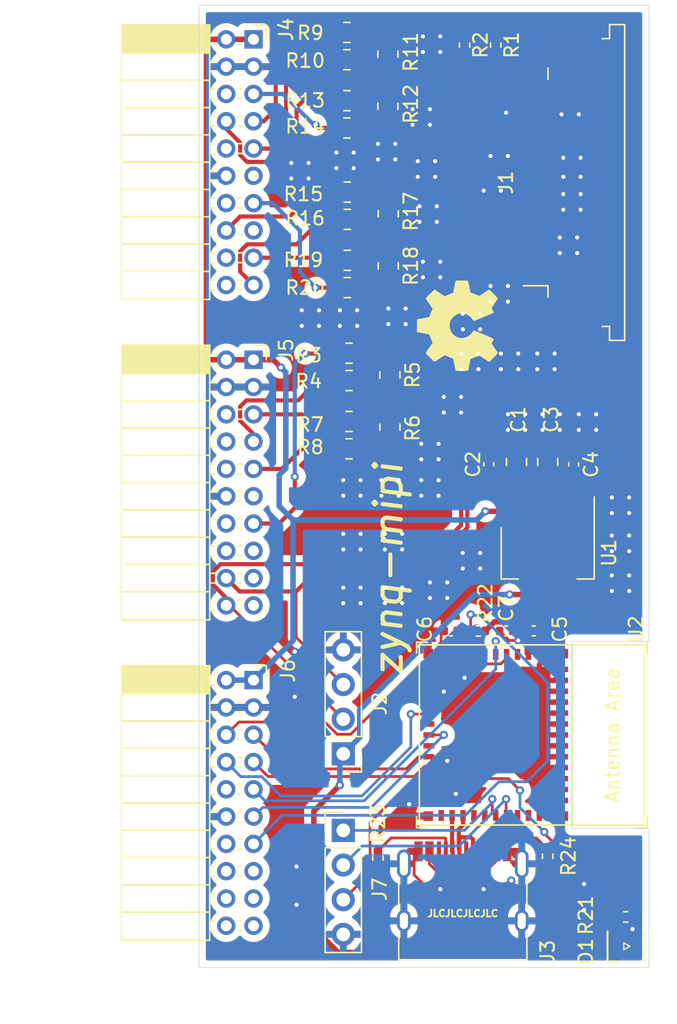
<source format=kicad_pcb>
(kicad_pcb (version 20211014) (generator pcbnew)
  (layers (0 "F.Cu" signal) (31 "B.Cu" signal) (34 "B.Paste" user) (35 "F.Paste" user) (36 "B.SilkS" user "B.Silkscreen") (37 "F.SilkS" user "F.Silkscreen") (38 "B.Mask" user) (39 "F.Mask" user) (44 "Edge.Cuts" user))
  (net 0 "")
  (net 1 "GNDD")
  (net 2 "+5V")
  (net 3 "+3V3")
  (net 4 "/D1_HS_N")
  (net 5 "/D1_HS_P")
  (net 6 "/D1_LP_N")
  (net 7 "/D1_LP_P")
  (net 8 "/D0_HS_N")
  (net 9 "/D0_HS_P")
  (net 10 "/D0_LP_N")
  (net 11 "/D0_LP_P")
  (net 12 "/D1_N")
  (net 13 "/D1_P")
  (net 14 "/CLK_N")
  (net 15 "/CLK_P")
  (net 16 "/D0_N")
  (net 17 "/D0_P")
  (net 18 "/I2C_SCL")
  (net 19 "/I2C_SDA")
  (net 20 "/CLK_LP_P")
  (net 21 "/CLK_LP_N")
  (net 22 "/CLK_HS_P")
  (net 23 "/CLK_HS_N")
  (net 24 "/RST")
  (net 25 "Net-(D1-Pad4)")
  (net 27 "/esp_hosted/USB_D+")
  (net 28 "Net-(J3-PadB5)")
  (net 30 "/esp_hosted/USB_D-")
  (net 31 "Net-(J3-PadA5)")
  (net 33 "VBUS")
  (net 34 "/ebaz4205/DATA1-6")
  (net 36 "/ebaz4205/DATA1-11")
  (net 37 "/ebaz4205/DATA1-14")
  (net 38 "/ebaz4205/DATA1-15")
  (net 39 "/ebaz4205/DATA1-18")
  (net 40 "/ebaz4205/DATA1-20")
  (net 41 "/ebaz4205/DATA2-6")
  (net 42 "/ebaz4205/DATA2-8")
  (net 44 "/ebaz4205/DATA2-11")
  (net 45 "/ebaz4205/DATA2-14")
  (net 46 "/ebaz4205/DATA2-15")
  (net 47 "/ebaz4205/DATA2-16")
  (net 48 "/ebaz4205/DATA2-17")
  (net 49 "/ebaz4205/DATA2-19")
  (net 50 "/SCLK")
  (net 51 "/MISO")
  (net 52 "/MOSI")
  (net 53 "/CS")
  (net 54 "/HANDSHAKE")
  (net 56 "/DATAREADY")
  (net 57 "/ebaz4205/DATA3-14")
  (net 58 "/ebaz4205/DATA3-15")
  (net 59 "/ebaz4205/DATA3-16")
  (net 60 "/ebaz4205/DATA3-17")
  (net 61 "/ebaz4205/DATA3-18")
  (net 62 "/ebaz4205/DATA3-19")
  (net 63 "/ebaz4205/DATA3-20")
  (net 64 "Net-(R21-Pad2)")
  (net 65 "/esp_hosted/RXD")
  (net 66 "/esp_hosted/TXD")
  (net 67 "/esp_hosted/BOOT")
  (footprint "Capacitor_SMD:C_0805_2012Metric" (layer "F.Cu") (at 155.7955 92.903 90)
    (fp_text reference "C1")
    (fp_text value "10uF")
  )
  (footprint "Capacitor_SMD:C_0402_1005Metric" (layer "F.Cu") (at 153.7635 93.078 90)
    (fp_text reference "C2")
    (fp_text value "0.1uF")
  )
  (footprint "Capacitor_SMD:C_0805_2012Metric" (layer "F.Cu") (at 158.0815 92.903 90)
    (fp_text reference "C3")
    (fp_text value "10uF")
  )
  (footprint "Capacitor_SMD:C_0402_1005Metric" (layer "F.Cu") (at 159.9865 93.078 90)
    (fp_text reference "C4")
    (fp_text value "0.1uF")
  )
  (footprint "Resistor_SMD:R_0805_2012Metric" (layer "F.Cu") (at 143.5145 84.938)
    (fp_text reference "R3")
    (fp_text value "68R1")
  )
  (footprint "Resistor_SMD:R_0805_2012Metric" (layer "F.Cu") (at 143.5145 86.938 180)
    (fp_text reference "R4")
    (fp_text value "619")
  )
  (footprint "Resistor_SMD:R_0805_2012Metric" (layer "F.Cu") (at 146.5145 86.5255 90)
    (fp_text reference "R5")
    (fp_text value "51")
  )
  (footprint "Resistor_SMD:R_0805_2012Metric" (layer "F.Cu") (at 146.5145 90.3505 90)
    (fp_text reference "R6")
    (fp_text value "51")
  )
  (footprint "Resistor_SMD:R_0805_2012Metric" (layer "F.Cu") (at 143.5145 89.938 180)
    (fp_text reference "R7")
    (fp_text value "619")
  )
  (footprint "Resistor_SMD:R_0805_2012Metric" (layer "F.Cu") (at 143.5145 91.938 180)
    (fp_text reference "R8")
    (fp_text value "68R1")
  )
  (footprint "Resistor_SMD:R_0805_2012Metric" (layer "F.Cu") (at 143.365501 61.430499)
    (fp_text reference "R9")
    (fp_text value "68R1")
  )
  (footprint "Resistor_SMD:R_0805_2012Metric" (layer "F.Cu") (at 143.365501 63.430499 180)
    (fp_text reference "R10")
    (fp_text value "619")
  )
  (footprint "Resistor_SMD:R_0805_2012Metric" (layer "F.Cu") (at 146.365501 63.017999 90)
    (fp_text reference "R11")
    (fp_text value "51")
  )
  (footprint "Resistor_SMD:R_0805_2012Metric" (layer "F.Cu") (at 146.365501 66.842999 90)
    (fp_text reference "R12")
    (fp_text value "51")
  )
  (footprint "Resistor_SMD:R_0805_2012Metric" (layer "F.Cu") (at 143.365501 66.430499 180)
    (fp_text reference "R13")
    (fp_text value "619")
  )
  (footprint "Resistor_SMD:R_0805_2012Metric" (layer "F.Cu") (at 143.365501 68.430499 180)
    (fp_text reference "R14")
    (fp_text value "68R1")
  )
  (footprint "Resistor_SMD:R_0805_2012Metric" (layer "F.Cu") (at 143.392501 73.128499)
    (fp_text reference "R15")
    (fp_text value "68R1")
  )
  (footprint "Resistor_SMD:R_0805_2012Metric" (layer "F.Cu") (at 143.392501 75.128499 180)
    (fp_text reference "R16")
    (fp_text value "619")
  )
  (footprint "Resistor_SMD:R_0805_2012Metric" (layer "F.Cu") (at 146.392501 74.715999 90)
    (fp_text reference "R17")
    (fp_text value "51")
  )
  (footprint "Resistor_SMD:R_0805_2012Metric" (layer "F.Cu") (at 146.392501 78.540999 90)
    (fp_text reference "R18")
    (fp_text value "51")
  )
  (footprint "Resistor_SMD:R_0805_2012Metric" (layer "F.Cu") (at 143.392501 78.128499 180)
    (fp_text reference "R19")
    (fp_text value "619")
  )
  (footprint "Resistor_SMD:R_0805_2012Metric" (layer "F.Cu") (at 143.392501 80.128499 180)
    (fp_text reference "R20")
    (fp_text value "68R1")
  )
  (footprint "Package_TO_SOT_SMD:SOT-223-3_TabPin2" (layer "F.Cu") (at 158.0815 99.568 -90)
    (fp_text reference "U1")
    (fp_text value "NCP1117-3.3_SOT223")
  )
  (footprint "Connector_PinSocket_2.00mm:PinSocket_2x10_P2.00mm_Horizontal" (layer "F.Cu") (at 136.5145 61.938)
    (fp_text reference "J4")
    (fp_text value "ZYNQ_DATA1")
  )
  (footprint "Symbol:OSHW-Symbol_6.7x6mm_SilkScreen" (layer "F.Cu") (at 151.4775 82.931 90)
    (fp_text reference "REF**" hide)
    (fp_text value "OSHW-Symbol_6.7x6mm_SilkScreen" hide)
  )
  (footprint "Espressif:ESP32-C3-MINI-1" (layer "F.Cu") (at 154.2715 112.903 -90)
    (fp_text reference "U2")
    (fp_text value "ESP32-C3-MINI-1")
  )
  (footprint "Connector_PinHeader_2.54mm:PinHeader_1x04_P2.54mm_Vertical" (layer "F.Cu") (at 143.0955 114.29 180)
    (fp_text reference "J2")
    (fp_text value "I2C")
  )
  (footprint "Connector_PinSocket_2.00mm:PinSocket_2x10_P2.00mm_Horizontal" (layer "F.Cu") (at 136.5145 85.413)
    (fp_text reference "J5")
    (fp_text value "ZYNQ_DATA2")
  )
  (footprint "RGB_LED:WS2812B-0807" (layer "F.Cu") (at 163.7965 128.397 90)
    (fp_text reference "D1")
    (fp_text value "WS2812B-0807")
  )
  (footprint "Resistor_SMD:R_0402_1005Metric" (layer "F.Cu") (at 151.9855 62.357 -90)
    (fp_text reference "R2")
    (fp_text value "4.7k")
  )
  (footprint "Connector_FFC-FPC:TE_1-84953-5_1x15-1MP_P1.0mm_Horizontal" (layer "F.Cu") (at 159.0145 72.428 90)
    (fp_text reference "J1")
    (fp_text value "DSI")
  )
  (footprint "USB:HRO_TYPE-C-31-M-12" (layer "F.Cu") (at 151.8585 125.476)
    (fp_text reference "J3")
    (fp_text value "HRO_TYPE-C-31-M-12")
  )
  (footprint "Capacitor_SMD:C_0402_1005Metric" (layer "F.Cu") (at 155.0335 105.283 180)
    (fp_text reference "C7")
    (fp_text value "0.1uF")
  )
  (footprint "Capacitor_SMD:C_0402_1005Metric" (layer "F.Cu") (at 150.9695 105.283)
    (fp_text reference "C6")
    (fp_text value "1uF")
  )
  (footprint "Resistor_SMD:R_0402_1005Metric" (layer "F.Cu") (at 158.0815 121.793 -90)
    (fp_text reference "R24")
    (fp_text value "5K1R")
  )
  (footprint "Resistor_SMD:R_0402_1005Metric" (layer "F.Cu") (at 145.6355 121.922 -90)
    (fp_text reference "R23")
    (fp_text value "5K1")
  )
  (footprint "Connector_PinHeader_2.54mm:PinHeader_1x04_P2.54mm_Vertical" (layer "F.Cu") (at 143.0955 119.898)
    (fp_text reference "J7")
    (fp_text value "DBG")
  )
  (footprint "Resistor_SMD:R_0402_1005Metric" (layer "F.Cu") (at 153.0015 105.283 180)
    (fp_text reference "R22")
    (fp_text value "10K")
  )
  (footprint "Resistor_SMD:R_0402_1005Metric" (layer "F.Cu") (at 163.7965 126.238 180)
    (fp_text reference "R21")
    (fp_text value "0")
  )
  (footprint "Connector_PinSocket_2.00mm:PinSocket_2x10_P2.00mm_Horizontal" (layer "F.Cu") (at 136.5145 108.888)
    (fp_text reference "J6")
    (fp_text value "ZYNQ_DATA3")
  )
  (footprint "Capacitor_SMD:C_0402_1005Metric" (layer "F.Cu") (at 157.0655 105.283)
    (fp_text reference "C5")
    (fp_text value "1uF")
  )
  (footprint "Resistor_SMD:R_0402_1005Metric" (layer "F.Cu") (at 154.2715 62.357 -90)
    (fp_text reference "R1")
    (fp_text value "4.7k")
  )
  (gr_line locked (start 132.5145 59.438) (end 165.5145 59.438) (layer "Edge.Cuts") (width 0.05))
  (gr_line locked (start 165.5145 129.938) (end 132.5145 129.938) (layer "Edge.Cuts") (width 0.05))
  (gr_line locked (start 159.8595 119.761) (end 165.5145 119.761) (layer "Edge.Cuts") (width 0.05))
  (gr_line locked (start 165.5145 119.761) (end 165.5145 129.938) (layer "Edge.Cuts") (width 0.05))
  (gr_line locked (start 165.5145 106.045) (end 159.8595 106.045) (layer "Edge.Cuts") (width 0.05))
  (gr_line locked (start 159.8595 106.045) (end 159.8595 119.761) (layer "Edge.Cuts") (width 0.05))
  (gr_line locked (start 165.5145 59.438) (end 165.5145 106.045) (layer "Edge.Cuts") (width 0.05))
  (gr_line locked (start 132.5145 129.938) (end 132.5145 59.438) (layer "Edge.Cuts") (width 0.05))
  (gr_text "zynq-mipi" (at 146.3975 100.711 90) (layer "F.SilkS") (effects (font (size 2 2) (thickness 0.3) italic)))
  (gr_text "JLCJLCJLCJLC" (at 151.8585 125.984) (layer "F.SilkS") (effects (font (size 0.5 0.5) (thickness 0.125))))
  (segment locked (start 155.2635 121.431) (end 156.1785 122.346) (width 0.2032) (layer "F.Cu") (net 1))
  (segment locked (start 150.2715 105.501) (end 150.4895 105.283) (width 0.2032) (layer "F.Cu") (net 1))
  (segment locked (start 148.292379 121.747121) (end 148.292379 123.15606) (width 0.2032) (layer "F.Cu") (net 1))
  (segment locked (start 150.2715 107.003) (end 150.2715 105.501) (width 0.2032) (layer "F.Cu") (net 1))
  (segment locked (start 148.292379 123.15606) (end 149.342319 124.206) (width 0.2032) (layer "F.Cu") (net 1))
  (segment locked (start 150.4365 109.703) (end 150.4615 109.728) (width 0.2032) (layer "F.Cu") (net 1))
  (segment locked (start 149.3715 109.703) (end 150.4365 109.703) (width 0.2032) (layer "F.Cu") (net 1))
  (segment locked (start 155.254549 105.984049) (end 155.9256 105.984049) (width 0.2032) (layer "F.Cu") (net 1))
  (segment locked (start 164.3045 127.127) (end 164.3045 127.685) (width 0.2032) (layer "F.Cu") (net 1))
  (segment locked (start 149.342319 124.206) (end 150.2075 124.206) (width 0.2032) (layer "F.Cu") (net 1))
  (segment locked (start 148.6085 121.431) (end 148.292379 121.747121) (width 0.2032) (layer "F.Cu") (net 1))
  (segment locked (start 164.3045 127.685) (end 164.5665 127.947) (width 0.2032) (layer "F.Cu") (net 1))
  (segment locked (start 155.1085 121.431) (end 155.2635 121.431) (width 0.2032) (layer "F.Cu") (net 1))
  (segment locked (start 154.5535 105.283) (end 155.254549 105.984049) (width 0.2032) (layer "F.Cu") (net 1))
  (via locked (at 145.6355 69.596) (size 0.6) (drill 0.3) (layers "F.Cu" "B.Cu") (net 1))
  (via locked (at 145.6355 70.739) (size 0.6) (drill 0.3) (layers "F.Cu" "B.Cu") (net 1))
  (via locked (at 146.9055 69.596) (size 0.6) (drill 0.3) (layers "F.Cu" "B.Cu") (net 1))
  (via locked (at 146.9055 70.739) (size 0.6) (drill 0.3) (layers "F.Cu" "B.Cu") (net 1))
  (via locked (at 148.5565 70.866) (size 0.6) (drill 0.3) (layers "F.Cu" "B.Cu") (net 1))
  (via locked (at 149.8265 72.009) (size 0.6) (drill 0.3) (layers "F.Cu" "B.Cu") (net 1))
  (via locked (at 148.5565 72.009) (size 0.6) (drill 0.3) (layers "F.Cu" "B.Cu") (net 1))
  (via locked (at 149.8265 70.866) (size 0.6) (drill 0.3) (layers "F.Cu" "B.Cu") (net 1))
  (via locked (at 149.9535 74.168) (size 0.6) (drill 0.3) (layers "F.Cu" "B.Cu") (net 1))
  (via locked (at 149.9535 75.311) (size 0.6) (drill 0.3) (layers "F.Cu" "B.Cu") (net 1))
  (via locked (at 148.6835 75.311) (size 0.6) (drill 0.3) (layers "F.Cu" "B.Cu") (net 1))
  (via locked (at 148.6835 74.168) (size 0.6) (drill 0.3) (layers "F.Cu" "B.Cu") (net 1))
  (via locked (at 150.2075 79.375) (size 0.6) (drill 0.3) (layers "F.Cu" "B.Cu") (net 1))
  (via locked (at 150.2075 78.232) (size 0.6) (drill 0.3) (layers "F.Cu" "B.Cu") (net 1))
  (via locked (at 148.9375 79.375) (size 0.6) (drill 0.3) (layers "F.Cu" "B.Cu") (net 1))
  (via locked (at 148.9375 78.232) (size 0.6) (drill 0.3) (layers "F.Cu" "B.Cu") (net 1))
  (via locked (at 147.6675 81.661) (size 0.6) (drill 0.3) (layers "F.Cu" "B.Cu") (net 1))
  (via locked (at 146.3975 81.661) (size 0.6) (drill 0.3) (layers "F.Cu" "B.Cu") (net 1))
  (via locked (at 147.6675 82.804) (size 0.6) (drill 0.3) (layers "F.Cu" "B.Cu") (net 1))
  (via locked (at 146.3975 82.804) (size 0.6) (drill 0.3) (layers "F.Cu" "B.Cu") (net 1))
  (via locked (at 144.1115 82.931) (size 0.6) (drill 0.3) (layers "F.Cu" "B.Cu") (net 1))
  (via locked (at 142.8415 81.788) (size 0.6) (drill 0.3) (layers "F.Cu" "B.Cu") (net 1))
  (via locked (at 144.1115 81.788) (size 0.6) (drill 0.3) (layers "F.Cu" "B.Cu") (net 1))
  (via locked (at 142.8415 82.931) (size 0.6) (drill 0.3) (layers "F.Cu" "B.Cu") (net 1))
  (via locked (at 140.0475 82.931) (size 0.6) (drill 0.3) (layers "F.Cu" "B.Cu") (net 1))
  (via locked (at 141.3175 81.788) (size 0.6) (drill 0.3) (layers "F.Cu" "B.Cu") (net 1))
  (via locked (at 140.0475 81.788) (size 0.6) (drill 0.3) (layers "F.Cu" "B.Cu") (net 1))
  (via locked (at 141.3175 82.931) (size 0.6) (drill 0.3) (layers "F.Cu" "B.Cu") (net 1))
  (via locked (at 142.5875 71.374) (size 0.6) (drill 0.3) (layers "F.Cu" "B.Cu") (net 1))
  (via locked (at 143.8575 71.374) (size 0.6) (drill 0.3) (layers "F.Cu" "B.Cu") (net 1))
  (via locked (at 142.5875 70.231) (size 0.6) (drill 0.3) (layers "F.Cu" "B.Cu") (net 1))
  (via locked (at 143.8575 70.231) (size 0.6) (drill 0.3) (layers "F.Cu" "B.Cu") (net 1))
  (via locked (at 140.5555 72.136) (size 0.6) (drill 0.3) (layers "F.Cu" "B.Cu") (net 1))
  (via locked (at 139.2855 72.136) (size 0.6) (drill 0.3) (layers "F.Cu" "B.Cu") (net 1))
  (via locked (at 139.2855 70.993) (size 0.6) (drill 0.3) (layers "F.Cu" "B.Cu") (net 1))
  (via locked (at 140.5555 70.993) (size 0.6) (drill 0.3) (layers "F.Cu" "B.Cu") (net 1))
  (via locked (at 150.2075 62.865) (size 0.6) (drill 0.3) (layers "F.Cu" "B.Cu") (net 1))
  (via locked (at 148.9375 61.722) (size 0.6) (drill 0.3) (layers "F.Cu" "B.Cu") (net 1))
  (via locked (at 150.2075 61.722) (size 0.6) (drill 0.3) (layers "F.Cu" "B.Cu") (net 1))
  (via locked (at 148.9375 62.865) (size 0.6) (drill 0.3) (layers "F.Cu" "B.Cu") (net 1))
  (via locked (at 153.3825 73.025) (size 0.6) (drill 0.3) (layers "F.Cu" "B.Cu") (net 1))
  (via locked (at 154.6525 73.025) (size 0.6) (drill 0.3) (layers "F.Cu" "B.Cu") (net 1))
  (via locked (at 159.2245 74.422) (size 0.6) (drill 0.3) (layers "F.Cu" "B.Cu") (net 1))
  (via locked (at 159.2245 73.279) (size 0.6) (drill 0.3) (layers "F.Cu" "B.Cu") (net 1))
  (via locked (at 160.4945 74.422) (size 0.6) (drill 0.3) (layers "F.Cu" "B.Cu") (net 1))
  (via locked (at 160.4945 73.279) (size 0.6) (drill 0.3) (layers "F.Cu" "B.Cu") (net 1))
  (via locked (at 160.2405 76.454) (size 0.6) (drill 0.3) (layers "F.Cu" "B.Cu") (net 1))
  (via locked (at 160.2405 77.597) (size 0.6) (drill 0.3) (layers "F.Cu" "B.Cu") (net 1))
  (via locked (at 158.9705 77.597) (size 0.6) (drill 0.3) (layers "F.Cu" "B.Cu") (net 1))
  (via locked (at 158.9705 76.454) (size 0.6) (drill 0.3) (layers "F.Cu" "B.Cu") (net 1))
  (via locked (at 155.1605 81.153) (size 0.6) (drill 0.3) (layers "F.Cu" "B.Cu") (net 1))
  (via locked (at 153.8905 81.153) (size 0.6) (drill 0.3) (layers "F.Cu" "B.Cu") (net 1))
  (via locked (at 153.8905 80.01) (size 0.6) (drill 0.3) (layers "F.Cu" "B.Cu") (net 1))
  (via locked (at 155.1605 80.01) (size 0.6) (drill 0.3) (layers "F.Cu" "B.Cu") (net 1))
  (via locked (at 151.8585 82.042) (size 0.6) (drill 0.3) (layers "F.Cu" "B.Cu") (net 1))
  (via locked (at 153.1285 83.185) (size 0.6) (drill 0.3) (layers "F.Cu" "B.Cu") (net 1))
  (via locked (at 151.8585 83.185) (size 0.6) (drill 0.3) (layers "F.Cu" "B.Cu") (net 1))
  (via locked (at 153.1285 82.042) (size 0.6) (drill 0.3) (layers "F.Cu" "B.Cu") (net 1))
  (via locked (at 151.7315 84.963) (size 0.6) (drill 0.3) (layers "F.Cu" "B.Cu") (net 1))
  (via locked (at 153.0015 86.106) (size 0.6) (drill 0.3) (layers "F.Cu" "B.Cu") (net 1))
  (via locked (at 153.0015 84.963) (size 0.6) (drill 0.3) (layers "F.Cu" "B.Cu") (net 1))
  (via locked (at 151.7315 86.106) (size 0.6) (drill 0.3) (layers "F.Cu" "B.Cu") (net 1))
  (via locked (at 151.7315 88.138) (size 0.6) (drill 0.3) (layers "F.Cu" "B.Cu") (net 1))
  (via locked (at 151.7315 89.281) (size 0.6) (drill 0.3) (layers "F.Cu" "B.Cu") (net 1))
  (via locked (at 150.4615 89.281) (size 0.6) (drill 0.3) (layers "F.Cu" "B.Cu") (net 1))
  (via locked (at 150.4615 88.138) (size 0.6) (drill 0.3) (layers "F.Cu" "B.Cu") (net 1))
  (via locked (at 154.6525 86.106) (size 0.6) (drill 0.3) (layers "F.Cu" "B.Cu") (net 1))
  (via locked (at 155.9225 84.963) (size 0.6) (drill 0.3) (layers "F.Cu" "B.Cu") (net 1))
  (via locked (at 154.6525 84.963) (size 0.6) (drill 0.3) (layers "F.Cu" "B.Cu") (net 1))
  (via locked (at 155.9225 86.106) (size 0.6) (drill 0.3) (layers "F.Cu" "B.Cu") (net 1))
  (via locked (at 157.3195 84.963) (size 0.6) (drill 0.3) (layers "F.Cu" "B.Cu") (net 1))
  (via locked (at 157.3195 86.106) (size 0.6) (drill 0.3) (layers "F.Cu" "B.Cu") (net 1))
  (via locked (at 158.5895 86.106) (size 0.6) (drill 0.3) (layers "F.Cu" "B.Cu") (net 1))
  (via locked (at 158.5895 84.963) (size 0.6) (drill 0.3) (layers "F.Cu" "B.Cu") (net 1))
  (via locked (at 148.8105 92.71) (size 0.6) (drill 0.3) (layers "F.Cu" "B.Cu") (net 1))
  (via locked (at 150.0805 91.567) (size 0.6) (drill 0.3) (layers "F.Cu" "B.Cu") (net 1))
  (via locked (at 150.0805 92.71) (size 0.6) (drill 0.3) (layers "F.Cu" "B.Cu") (net 1))
  (via locked (at 148.8105 91.567) (size 0.6) (drill 0.3) (layers "F.Cu" "B.Cu") (net 1))
  (via locked (at 150.0805 94.234) (size 0.6) (drill 0.3) (layers "F.Cu" "B.Cu") (net 1))
  (via locked (at 150.0805 95.377) (size 0.6) (drill 0.3) (layers "F.Cu" "B.Cu") (net 1))
  (via locked (at 148.8105 95.377) (size 0.6) (drill 0.3) (layers "F.Cu" "B.Cu") (net 1))
  (via locked (at 148.8105 94.234) (size 0.6) (drill 0.3) (layers "F.Cu" "B.Cu") (net 1))
  (via locked (at 145.8895 94.234) (size 0.6) (drill 0.3) (layers "F.Cu" "B.Cu") (net 1))
  (via locked (at 147.1595 95.377) (size 0.6) (drill 0.3) (layers "F.Cu" "B.Cu") (net 1))
  (via locked (at 147.1595 94.234) (size 0.6) (drill 0.3) (layers "F.Cu" "B.Cu") (net 1))
  (via locked (at 145.8895 95.377) (size 0.6) (drill 0.3) (layers "F.Cu" "B.Cu") (net 1))
  (via locked (at 143.0955 95.377) (size 0.6) (drill 0.3) (layers "F.Cu" "B.Cu") (net 1))
  (via locked (at 144.3655 94.234) (size 0.6) (drill 0.3) (layers "F.Cu" "B.Cu") (net 1))
  (via locked (at 144.3655 95.377) (size 0.6) (drill 0.3) (layers "F.Cu" "B.Cu") (net 1))
  (via locked (at 143.0955 94.234) (size 0.6) (drill 0.3) (layers "F.Cu" "B.Cu") (net 1))
  (via locked (at 144.3655 99.314) (size 0.6) (drill 0.3) (layers "F.Cu" "B.Cu") (net 1))
  (via locked (at 144.3655 98.171) (size 0.6) (drill 0.3) (layers "F.Cu" "B.Cu") (net 1))
  (via locked (at 143.0955 98.171) (size 0.6) (drill 0.3) (layers "F.Cu" "B.Cu") (net 1))
  (via locked (at 143.0955 99.314) (size 0.6) (drill 0.3) (layers "F.Cu" "B.Cu") (net 1))
  (via locked (at 146.1435 99.314) (size 0.6) (drill 0.3) (layers "F.Cu" "B.Cu") (net 1))
  (via locked (at 146.1435 98.171) (size 0.6) (drill 0.3) (layers "F.Cu" "B.Cu") (net 1))
  (via locked (at 147.4135 98.171) (size 0.6) (drill 0.3) (layers "F.Cu" "B.Cu") (net 1))
  (via locked (at 147.4135 99.314) (size 0.6) (drill 0.3) (layers "F.Cu" "B.Cu") (net 1))
  (via locked (at 143.0955 103.251) (size 0.6) (drill 0.3) (layers "F.Cu" "B.Cu") (net 1))
  (via locked (at 143.0955 102.108) (size 0.6) (drill 0.3) (layers "F.Cu" "B.Cu") (net 1))
  (via locked (at 144.3655 102.108) (size 0.6) (drill 0.3) (layers "F.Cu" "B.Cu") (net 1))
  (via locked (at 144.3655 103.251) (size 0.6) (drill 0.3) (layers "F.Cu" "B.Cu") (net 1))
  (via locked (at 147.4135 102.108) (size 0.6) (drill 0.3) (layers "F.Cu" "B.Cu") (net 1))
  (via locked (at 146.1435 103.251) (size 0.6) (drill 0.3) (layers "F.Cu" "B.Cu") (net 1))
  (via locked (at 147.4135 103.251) (size 0.6) (drill 0.3) (layers "F.Cu" "B.Cu") (net 1))
  (via locked (at 146.1435 102.108) (size 0.6) (drill 0.3) (layers "F.Cu" "B.Cu") (net 1))
  (via locked (at 149.4455 102.87) (size 0.6) (drill 0.3) (layers "F.Cu" "B.Cu") (net 1))
  (via locked (at 150.7155 101.727) (size 0.6) (drill 0.3) (layers "F.Cu" "B.Cu") (net 1))
  (via locked (at 149.4455 101.727) (size 0.6) (drill 0.3) (layers "F.Cu" "B.Cu") (net 1))
  (via locked (at 150.7155 102.87) (size 0.6) (drill 0.3) (layers "F.Cu" "B.Cu") (net 1))
  (via locked (at 153.1285 99.568) (size 0.6) (drill 0.3) (layers "F.Cu" "B.Cu") (net 1))
  (via locked (at 151.8585 100.711) (size 0.6) (drill 0.3) (layers "F.Cu" "B.Cu") (net 1))
  (via locked (at 153.1285 100.711) (size 0.6) (drill 0.3) (layers "F.Cu" "B.Cu") (net 1))
  (via locked (at 151.8585 99.568) (size 0.6) (drill 0.3) (layers "F.Cu" "B.Cu") (net 1))
  (via locked (at 156.4305 89.408) (size 0.6) (drill 0.3) (layers "F.Cu" "B.Cu") (net 1))
  (via locked (at 155.1605 90.551) (size 0.6) (drill 0.3) (layers "F.Cu" "B.Cu") (net 1))
  (via locked (at 155.1605 89.408) (size 0.6) (drill 0.3) (layers "F.Cu" "B.Cu") (net 1))
  (via locked (at 156.4305 90.551) (size 0.6) (drill 0.3) (layers "F.Cu" "B.Cu") (net 1))
  (via locked (at 157.7005 90.551) (size 0.6) (drill 0.3) (layers "F.Cu" "B.Cu") (net 1))
  (via locked (at 157.7005 89.408) (size 0.6) (drill 0.3) (layers "F.Cu" "B.Cu") (net 1))
  (via locked (at 158.9705 90.551) (size 0.6) (drill 0.3) (layers "F.Cu" "B.Cu") (net 1))
  (via locked (at 158.9705 89.408) (size 0.6) (drill 0.3) (layers "F.Cu" "B.Cu") (net 1))
  (via locked (at 160.3675 90.551) (size 0.6) (drill 0.3) (layers "F.Cu" "B.Cu") (net 1))
  (via locked (at 161.6375 90.551) (size 0.6) (drill 0.3) (layers "F.Cu" "B.Cu") (net 1))
  (via locked (at 161.6375 89.408) (size 0.6) (drill 0.3) (layers "F.Cu" "B.Cu") (net 1))
  (via locked (at 160.3675 89.408) (size 0.6) (drill 0.3) (layers "F.Cu" "B.Cu") (net 1))
  (via locked (at 164.0505 96.647) (size 0.6) (drill 0.3) (layers "F.Cu" "B.Cu") (net 1))
  (via locked (at 162.7805 96.647) (size 0.6) (drill 0.3) (layers "F.Cu" "B.Cu") (net 1))
  (via locked (at 162.7805 95.504) (size 0.6) (drill 0.3) (layers "F.Cu" "B.Cu") (net 1))
  (via locked (at 164.0505 95.504) (size 0.6) (drill 0.3) (layers "F.Cu" "B.Cu") (net 1))
  (via locked (at 164.0505 98.298) (size 0.6) (drill 0.3) (layers "F.Cu" "B.Cu") (net 1))
  (via locked (at 162.7805 99.441) (size 0.6) (drill 0.3) (layers "F.Cu" "B.Cu") (net 1))
  (via locked (at 162.7805 98.298) (size 0.6) (drill 0.3) (layers "F.Cu" "B.Cu") (net 1))
  (via locked (at 164.0505 99.441) (size 0.6) (drill 0.3) (layers "F.Cu" "B.Cu") (net 1))
  (via locked (at 162.7805 101.219) (size 0.6) (drill 0.3) (layers "F.Cu" "B.Cu") (net 1))
  (via locked (at 164.0505 102.362) (size 0.6) (drill 0.3) (layers "F.Cu" "B.Cu") (net 1))
  (via locked (at 162.7805 102.362) (size 0.6) (drill 0.3) (layers "F.Cu" "B.Cu") (net 1))
  (via locked (at 164.0505 101.219) (size 0.6) (drill 0.3) (layers "F.Cu" "B.Cu") (net 1))
  (via locked (at 160.3675 67.437) (size 0.6) (drill 0.3) (layers "F.Cu" "B.Cu") (net 1))
  (via locked (at 159.0975 67.437) (size 0.6) (drill 0.3) (layers "F.Cu" "B.Cu") (net 1))
  (via locked (at 160.4945 72.009) (size 0.6) (drill 0.3) (layers "F.Cu" "B.Cu") (net 1))
  (via locked (at 159.2245 72.009) (size 0.6) (drill 0.3) (layers "F.Cu" "B.Cu") (net 1))
  (via locked (at 159.2245 70.612) (size 0.6) (drill 0.3) (layers "F.Cu" "B.Cu") (net 1))
  (via locked (at 160.4945 70.612) (size 0.6) (drill 0.3) (layers "F.Cu" "B.Cu") (net 1))
  (via locked (at 155.0335 67.31) (size 0.6) (drill 0.3) (layers "F.Cu" "B.Cu") (net 1))
  (via locked (at 155.1605 70.485) (size 0.6) (drill 0.3) (layers "F.Cu" "B.Cu") (net 1))
  (via locked (at 153.8905 70.485) (size 0.6) (drill 0.3) (layers "F.Cu" "B.Cu") (net 1))
  (via locked (at 139.5395 110.109) (size 0.6096) (drill 0.3048) (layers "F.Cu" "B.Cu") (net 1))
  (via locked (at 148.1755 67.056) (size 0.6) (drill 0.3) (layers "F.Cu" "B.Cu") (net 1))
  (via locked (at 139.6665 125.349) (size 0.6096) (drill 0.3048) (layers "F.Cu" "B.Cu") (net 1))
  (via locked (at 153.3825 124.206) (size 0.6096) (drill 0.3048) (layers "F.Cu" "B.Cu") (net 1))
  (via locked (at 160.7485 125.73) (size 0.6096) (drill 0.3048) (layers "F.Cu" "B.Cu") (net 1))
  (via locked (at 164.3045 127.127) (size 0.6096) (drill 0.3048) (layers "F.Cu" "B.Cu") (net 1))
  (via locked (at 160.7485 123.825) (size 0.6096) (drill 0.3048) (layers "F.Cu" "B.Cu") (net 1))
  (via locked (at 139.5395 106.807) (size 0.6096) (drill 0.3048) (layers "F.Cu" "B.Cu") (net 1))
  (via locked (at 151.3505 117.221) (size 0.6096) (drill 0.3048) (layers "F.Cu" "B.Cu") (net 1))
  (via locked (at 149.4455 67.056) (size 0.6) (drill 0.3) (layers "F.Cu" "B.Cu") (net 1))
  (via locked (at 150.2075 124.206) (size 0.6096) (drill 0.3048) (layers "F.Cu" "B.Cu") (net 1))
  (via locked (at 151.9855 108.712) (size 0.6096) (drill 0.3048) (layers "F.Cu" "B.Cu") (net 1))
  (via locked (at 150.7155 114.808) (size 0.6096) (drill 0.3048) (layers "F.Cu" "B.Cu") (net 1))
  (via locked (at 148.1755 68.199) (size 0.6) (drill 0.3) (layers "F.Cu" "B.Cu") (net 1))
  (via locked (at 139.6665 122.555) (size 0.6096) (drill 0.3048) (layers "F.Cu" "B.Cu") (net 1))
  (via locked (at 147.9215 117.983) (size 0.6096) (drill 0.3048) (layers "F.Cu" "B.Cu") (net 1))
  (via locked (at 149.4455 68.199) (size 0.6) (drill 0.3) (layers "F.Cu" "B.Cu") (net 1))
  (via locked (at 155.9256 105.984049) (size 0.6096) (drill 0.3048) (layers "F.Cu" "B.Cu") (net 1))
  (via locked (at 150.4615 109.728) (size 0.6096) (drill 0.3048) (layers "F.Cu" "B.Cu") (net 1))
  (via locked (at 155.4145 123.571) (size 0.6096) (drill 0.3048) (layers "F.Cu" "B.Cu") (net 1))
  (segment locked (start 155.7815 96.418) (end 155.7815 93.867) (width 0.4064) (layer "F.Cu") (net 2))
  (segment locked (start 133.3545 61.938) (end 133.0625 62.23) (width 0.4064) (layer "F.Cu") (net 2))
  (segment locked (start 136.5145 61.938) (end 134.5145 61.938) (width 0.4064) (layer "F.Cu") (net 2))
  (segment locked (start 133.0625 62.23) (end 133.0625 85.217) (width 0.4064) (layer "F.Cu") (net 2))
  (segment locked (start 136.5145 85.413) (end 137.9575 85.413) (width 0.4064) (layer "F.Cu") (net 2))
  (segment locked (start 155.6795 96.52) (end 155.7815 96.418) (width 0.4064) (layer "F.Cu") (net 2))
  (segment locked (start 155.7815 93.867) (end 155.7955 93.853) (width 0.4064) (layer "F.Cu") (net 2))
  (segment locked (start 134.5145 61.938) (end 133.3545 61.938) (width 0.4064) (layer "F.Cu") (net 2))
  (segment locked (start 155.7955 93.853) (end 153.7635 93.853) (width 0.4064) (layer "F.Cu") (net 2))
  (segment locked (start 153.5095 96.52) (end 155.6795 96.52) (width 0.4064) (layer "F.Cu") (net 2))
  (segment locked (start 137.9575 85.413) (end 138.5235 85.979) (width 0.4064) (layer "F.Cu") (net 2))
  (segment locked (start 133.2585 85.413) (end 136.5145 85.413) (width 0.4064) (layer "F.Cu") (net 2))
  (segment locked (start 133.0625 85.217) (end 133.2585 85.413) (width 0.4064) (layer "F.Cu") (net 2))
  (via locked (at 138.5235 85.979) (size 0.6) (drill 0.3) (layers "F.Cu" "B.Cu") (net 2))
  (via locked (at 153.5095 96.52) (size 0.6) (drill 0.3) (layers "F.Cu" "B.Cu") (net 2))
  (segment locked (start 138.5235 85.979) (end 138.883899 86.339399) (width 0.4064) (layer "B.Cu") (net 2))
  (segment locked (start 138.3965 96.139) (end 139.4125 97.155) (width 0.4064) (layer "B.Cu") (net 2))
  (segment locked (start 138.3965 93.853) (end 138.3965 96.012) (width 0.4064) (layer "B.Cu") (net 2))
  (segment locked (start 139.4125 97.155) (end 139.4125 105.99) (width 0.4064) (layer "B.Cu") (net 2))
  (segment locked (start 152.8745 97.155) (end 153.5095 96.52) (width 0.4064) (layer "B.Cu") (net 2))
  (segment locked (start 138.3965 96.012) (end 138.3965 96.139) (width 0.4064) (layer "B.Cu") (net 2))
  (segment locked (start 139.4125 97.155) (end 152.8745 97.155) (width 0.4064) (layer "B.Cu") (net 2))
  (segment locked (start 136.5145 108.888) (end 134.5145 108.888) (width 0.4064) (layer "B.Cu") (net 2))
  (segment locked (start 139.4125 105.99) (end 136.5145 108.888) (width 0.4064) (layer "B.Cu") (net 2))
  (segment locked (start 138.883899 86.339399) (end 138.883899 93.365601) (width 0.4064) (layer "B.Cu") (net 2))
  (segment locked (start 138.883899 93.365601) (end 138.3965 93.853) (width 0.4064) (layer "B.Cu") (net 2))
  (segment locked (start 158.0815 93.853) (end 159.9865 93.853) (width 0.4064) (layer "F.Cu") (net 3))
  (segment locked (start 157.2145 65.428) (end 158.2315 65.428) (width 0.4064) (layer "F.Cu") (net 3))
  (segment locked (start 158.0815 102.718) (end 158.0815 96.418) (width 0.4064) (layer "F.Cu") (net 3))
  (segment locked (start 142.720215 128.847) (end 140.9365 127.063285) (width 0.4064) (layer "F.Cu") (net 3))
  (segment locked (start 163.2955 66.428) (end 159.2315 66.428) (width 0.4064) (layer "F.Cu") (net 3))
  (segment locked (start 156.5855 106.917) (end 156.6715 107.003) (width 0.4064) (layer "F.Cu") (net 3))
  (segment locked (start 158.0815 96.418) (end 158.0815 93.853) (width 0.4064) (layer "F.Cu") (net 3))
  (segment locked (start 155.5135 105.232795) (end 154.898585 104.61788) (width 0.4064) (layer "F.Cu") (net 3))
  (segment locked (start 155.6915 65.428) (end 157.2145 65.428) (width 0.3048) (layer "F.Cu") (net 3))
  (segment locked (start 156.5855 105.283) (end 155.5135 105.283) (width 0.4064) (layer "F.Cu") (net 3))
  (segment locked (start 163.0665 128.847) (end 142.720215 128.847) (width 0.4064) (layer "F.Cu") (net 3))
  (segment locked (start 154.248 61.468) (end 154.2715 61.4445) (width 0.3048) (layer "F.Cu") (net 3))
  (segment locked (start 156.5855 105.283) (end 156.5855 106.917) (width 0.4064) (layer "F.Cu") (net 3))
  (segment locked (start 159.9865 93.853) (end 162.7805 93.853) (width 0.4064) (layer "F.Cu") (net 3))
  (segment locked (start 163.9235 92.71) (end 163.9235 67.056) (width 0.4064) (layer "F.Cu") (net 3))
  (segment locked (start 159.2315 66.428) (end 157.2145 66.428) (width 0.4064) (layer "F.Cu") (net 3))
  (segment locked (start 155.5415 61.976) (end 155.5415 65.278) (width 0.3048) (layer "F.Cu") (net 3))
  (segment locked (start 158.2315 65.428) (end 159.2315 66.428) (width 0.4064) (layer "F.Cu") (net 3))
  (segment locked (start 154.898585 104.61788) (end 154.17662 104.61788) (width 0.4064) (layer "F.Cu") (net 3))
  (segment locked (start 151.9855 61.468) (end 154.248 61.468) (width 0.3048) (layer "F.Cu") (net 3))
  (segment locked (start 155.2875 102.616) (end 157.9795 102.616) (width 0.4064) (layer "F.Cu") (net 3))
  (segment locked (start 154.17662 104.61788) (end 153.5115 105.283) (width 0.4064) (layer "F.Cu") (net 3))
  (segment locked (start 157.9795 102.616) (end 158.0815 102.718) (width 0.4064) (layer "F.Cu") (net 3))
  (segment locked (start 163.9235 67.056) (end 163.2955 66.428) (width 0.4064) (layer "F.Cu") (net 3))
  (segment locked (start 156.5855 104.214) (end 156.5855 105.283) (width 0.4064) (layer "F.Cu") (net 3))
  (segment locked (start 140.9365 123.698) (end 140.9365 118.491) (width 0.4064) (layer "F.Cu") (net 3))
  (segment locked (start 140.9365 118.491) (end 142.8415 116.586) (width 0.4064) (layer "F.Cu") (net 3))
  (segment locked (start 155.5415 65.278) (end 155.6915 65.428) (width 0.3048) (layer "F.Cu") (net 3))
  (segment locked (start 162.7805 93.853) (end 163.9235 92.71) (width 0.4064) (layer "F.Cu") (net 3))
  (segment locked (start 154.2715 61.4445) (end 155.01 61.4445) (width 0.3048) (layer "F.Cu") (net 3))
  (segment locked (start 155.5135 105.283) (end 155.5135 105.232795) (width 0.4064) (layer "F.Cu") (net 3))
  (segment locked (start 140.9365 127.063285) (end 140.9365 123.698) (width 0.4064) (layer "F.Cu") (net 3))
  (segment locked (start 151.9855 61.468) (end 151.9855 61.847) (width 0.3048) (layer "F.Cu") (net 3))
  (segment locked (start 158.0815 102.718) (end 156.5855 104.214) (width 0.4064) (layer "F.Cu") (net 3))
  (segment locked (start 155.01 61.4445) (end 155.5415 61.976) (width 0.3048) (layer "F.Cu") (net 3))
  (via locked (at 142.8415 116.586) (size 0.6096) (drill 0.3048) (layers "F.Cu" "B.Cu") (net 3))
  (via locked (at 155.2875 102.616) (size 0.6096) (drill 0.3048) (layers "F.Cu" "B.Cu") (net 3))
  (segment locked (start 152.7475 102.616) (end 155.2875 102.616) (width 0.4064) (layer "B.Cu") (net 3))
  (segment locked (start 142.8415 114.544) (end 143.0955 114.29) (width 0.4064) (layer "B.Cu") (net 3))
  (segment locked (start 152.6205 102.743) (end 152.7475 102.616) (width 0.4064) (layer "B.Cu") (net 3))
  (segment locked (start 144.300611 113.084889) (end 144.300611 111.062889) (width 0.4064) (layer "B.Cu") (net 3))
  (segment locked (start 143.0955 114.29) (end 144.300611 113.084889) (width 0.4064) (layer "B.Cu") (net 3))
  (segment locked (start 144.300611 111.062889) (end 152.6205 102.743) (width 0.4064) (layer "B.Cu") (net 3))
  (segment locked (start 142.8415 116.586) (end 142.8415 114.544) (width 0.4064) (layer "B.Cu") (net 3))
  (segment locked (start 140.0525 89.413) (end 140.5775 89.938) (width 0.3048) (layer "F.Cu") (net 4))
  (segment locked (start 140.5775 89.938) (end 142.602 89.938) (width 0.3048) (layer "F.Cu") (net 4))
  (segment locked (start 136.5145 89.413) (end 140.0525 89.413) (width 0.3048) (layer "F.Cu") (net 4))
  (segment locked (start 135.534699 88.840801) (end 135.982699 88.392801) (width 0.3048) (layer "F.Cu") (net 5))
  (segment locked (start 139.792699 88.392801) (end 141.2475 86.938) (width 0.3048) (layer "F.Cu") (net 5))
  (segment locked (start 135.982699 88.392801) (end 139.792699 88.392801) (width 0.3048) (layer "F.Cu") (net 5))
  (segment locked (start 136.5145 91.413) (end 136.5145 90.863106) (width 0.3048) (layer "F.Cu") (net 5))
  (segment locked (start 135.534699 89.883305) (end 135.534699 88.840801) (width 0.3048) (layer "F.Cu") (net 5))
  (segment locked (start 136.5145 90.863106) (end 135.534699 89.883305) (width 0.3048) (layer "F.Cu") (net 5))
  (segment locked (start 141.2475 86.938) (end 142.602 86.938) (width 0.3048) (layer "F.Cu") (net 5))
  (segment locked (start 138.5825 93.413) (end 140.0575 91.938) (width 0.3048) (layer "F.Cu") (net 6))
  (segment locked (start 140.0575 91.938) (end 142.602 91.938) (width 0.3048) (layer "F.Cu") (net 6))
  (segment locked (start 136.5145 93.413) (end 138.5825 93.413) (width 0.3048) (layer "F.Cu") (net 6))
  (segment locked (start 142.577 84.963) (end 142.602 84.938) (width 0.3048) (layer "F.Cu") (net 7))
  (segment locked (start 136.5145 97.413) (end 138.3925 97.413) (width 0.3048) (layer "F.Cu") (net 7))
  (segment locked (start 140.3015 84.963) (end 142.577 84.963) (width 0.3048) (layer "F.Cu") (net 7))
  (segment locked (start 138.3925 97.413) (end 139.5395 96.266) (width 0.3048) (layer "F.Cu") (net 7))
  (segment locked (start 139.5395 96.266) (end 139.5395 93.98) (width 0.3048) (layer "F.Cu") (net 7))
  (via locked (at 140.3015 84.963) (size 0.6) (drill 0.3) (layers "F.Cu" "B.Cu") (net 7))
  (via locked (at 139.5395 93.98) (size 0.6) (drill 0.3) (layers "F.Cu" "B.Cu") (net 7))
  (segment locked (start 139.5395 93.98) (end 139.5395 85.725) (width 0.3048) (layer "B.Cu") (net 7))
  (segment locked (start 139.5395 85.725) (end 140.3015 84.963) (width 0.3048) (layer "B.Cu") (net 7))
  (segment locked (start 135.534699 70.408305) (end 136.044195 70.917801) (width 0.3048) (layer "F.Cu") (net 8))
  (segment locked (start 138.090699 70.917801) (end 139.6665 69.342) (width 0.3048) (layer "F.Cu") (net 8))
  (segment locked (start 134.5145 68.487894) (end 135.534699 69.508093) (width 0.3048) (layer "F.Cu") (net 8))
  (segment locked (start 134.5145 67.938) (end 134.5145 68.487894) (width 0.3048) (layer "F.Cu") (net 8))
  (segment locked (start 139.6665 66.929) (end 140.165001 66.430499) (width 0.3048) (layer "F.Cu") (net 8))
  (segment locked (start 136.044195 70.917801) (end 138.090699 70.917801) (width 0.3048) (layer "F.Cu") (net 8))
  (segment locked (start 139.6665 69.342) (end 139.6665 66.929) (width 0.3048) (layer "F.Cu") (net 8))
  (segment locked (start 140.165001 66.430499) (end 142.453001 66.430499) (width 0.3048) (layer "F.Cu") (net 8))
  (segment locked (start 135.534699 69.508093) (end 135.534699 70.408305) (width 0.3048) (layer "F.Cu") (net 8))
  (segment locked (start 138.9045 65.024) (end 140.498001 63.430499) (width 0.3048) (layer "F.Cu") (net 9))
  (segment locked (start 140.498001 63.430499) (end 142.453001 63.430499) (width 0.3048) (layer "F.Cu") (net 9))
  (segment locked (start 137.8005 69.938) (end 138.9045 68.834) (width 0.3048) (layer "F.Cu") (net 9))
  (segment locked (start 136.5145 69.938) (end 137.8005 69.938) (width 0.3048) (layer "F.Cu") (net 9))
  (segment locked (start 138.9045 68.834) (end 138.9045 65.024) (width 0.3048) (layer "F.Cu") (net 9))
  (segment locked (start 142.453001 68.430499) (end 141.294999 68.430499) (width 0.3048) (layer "F.Cu") (net 10))
  (segment locked (start 141.294999 68.430499) (end 141.0635 68.199) (width 0.3048) (layer "F.Cu") (net 10))
  (via locked (at 141.0635 68.199) (size 0.6) (drill 0.3) (layers "F.Cu" "B.Cu") (net 10))
  (segment locked (start 140.9365 68.199) (end 141.0635 68.199) (width 0.3048) (layer "B.Cu") (net 10))
  (segment locked (start 136.5145 65.938) (end 138.6755 65.938) (width 0.3048) (layer "B.Cu") (net 10))
  (segment locked (start 138.6755 65.938) (end 140.9365 68.199) (width 0.3048) (layer "B.Cu") (net 10))
  (segment locked (start 139.323001 61.430499) (end 138.1425 62.611) (width 0.3048) (layer "F.Cu") (net 11))
  (segment locked (start 142.453001 61.430499) (end 139.323001 61.430499) (width 0.3048) (layer "F.Cu") (net 11))
  (segment locked (start 138.1425 62.611) (end 138.1425 67.056) (width 0.3048) (layer "F.Cu") (net 11))
  (segment locked (start 137.2605 67.938) (end 136.5145 67.938) (width 0.3048) (layer "F.Cu") (net 11))
  (segment locked (start 138.1425 67.056) (end 137.2605 67.938) (width 0.3048) (layer "F.Cu") (net 11))
  (segment locked (start 146.5145 89.438) (end 144.927 89.438) (width 0.3048) (layer "F.Cu") (net 12))
  (segment locked (start 157.2145 78.428) (end 155.7375 78.428) (width 0.3048) (layer "F.Cu") (net 12))
  (segment locked (start 155.5415 78.232) (end 153.360712 78.232) (width 0.3048) (layer "F.Cu") (net 12))
  (segment locked (start 148.361712 88.692) (end 147.2605 88.692) (width 0.3048) (layer "F.Cu") (net 12))
  (segment locked (start 155.7375 78.428) (end 155.5415 78.232) (width 0.3048) (layer "F.Cu") (net 12))
  (segment locked (start 153.360712 78.232) (end 150.7155 80.877212) (width 0.3048) (layer "F.Cu") (net 12))
  (segment locked (start 144.427 91.938) (end 144.427 89.938) (width 0.3048) (layer "F.Cu") (net 12))
  (segment locked (start 150.7155 86.338212) (end 148.361712 88.692) (width 0.3048) (layer "F.Cu") (net 12))
  (segment locked (start 147.2605 88.692) (end 146.5145 89.438) (width 0.3048) (layer "F.Cu") (net 12))
  (segment locked (start 144.927 89.438) (end 144.427 89.938) (width 0.3048) (layer "F.Cu") (net 12))
  (segment locked (start 150.7155 80.877212) (end 150.7155 86.338212) (width 0.3048) (layer "F.Cu") (net 12))
  (segment locked (start 157.2145 77.428) (end 155.8375 77.428) (width 0.3048) (layer "F.Cu") (net 13))
  (segment locked (start 153.150288 77.724) (end 150.2075 80.666788) (width 0.3048) (layer "F.Cu") (net 13))
  (segment locked (start 155.8375 77.428) (end 155.5415 77.724) (width 0.3048) (layer "F.Cu") (net 13))
  (segment locked (start 144.427 84.938) (end 144.427 86.938) (width 0.3048) (layer "F.Cu") (net 13))
  (segment locked (start 146.5145 87.438) (end 144.927 87.438) (width 0.3048) (layer "F.Cu") (net 13))
  (segment locked (start 148.151288 88.184) (end 147.2605 88.184) (width 0.3048) (layer "F.Cu") (net 13))
  (segment locked (start 150.2075 80.666788) (end 150.2075 86.127788) (width 0.3048) (layer "F.Cu") (net 13))
  (segment locked (start 147.2605 88.184) (end 146.5145 87.438) (width 0.3048) (layer "F.Cu") (net 13))
  (segment locked (start 155.5415 77.724) (end 153.150288 77.724) (width 0.3048) (layer "F.Cu") (net 13))
  (segment locked (start 144.927 87.438) (end 144.427 86.938) (width 0.3048) (layer "F.Cu") (net 13))
  (segment locked (start 150.2075 86.127788) (end 148.151288 88.184) (width 0.3048) (layer "F.Cu") (net 13))
  (segment locked (start 155.7855 75.428) (end 157.2145 75.428) (width 0.3048) (layer "F.Cu") (net 14))
  (segment locked (start 144.305001 80.128499) (end 144.305001 78.128499) (width 0.3048) (layer "F.Cu") (net 14))
  (segment locked (start 151.154213 76.882499) (end 152.725712 75.311) (width 0.3048) (layer "F.Cu") (net 14))
  (segment locked (start 147.138501 76.882499) (end 151.154213 76.882499) (width 0.3048) (layer "F.Cu") (net 14))
  (segment locked (start 155.6685 75.311) (end 155.7855 75.428) (width 0.3048) (layer "F.Cu") (net 14))
  (segment locked (start 146.392501 77.628499) (end 147.138501 76.882499) (width 0.3048) (layer "F.Cu") (net 14))
  (segment locked (start 146.392501 77.628499) (end 144.805001 77.628499) (width 0.3048) (layer "F.Cu") (net 14))
  (segment locked (start 144.805001 77.628499) (end 144.305001 78.128499) (width 0.3048) (layer "F.Cu") (net 14))
  (segment locked (start 152.725712 75.311) (end 155.6685 75.311) (width 0.3048) (layer "F.Cu") (net 14))
  (segment locked (start 144.305001 73.128499) (end 144.305001 75.128499) (width 0.3048) (layer "F.Cu") (net 15))
  (segment locked (start 155.4145 74.803) (end 155.7895 74.428) (width 0.3048) (layer "F.Cu") (net 15))
  (segment locked (start 144.805001 75.628499) (end 144.305001 75.128499) (width 0.3048) (layer "F.Cu") (net 15))
  (segment locked (start 147.138501 76.374499) (end 150.943789 76.374499) (width 0.3048) (layer "F.Cu") (net 15))
  (segment locked (start 146.392501 75.628499) (end 147.138501 76.374499) (width 0.3048) (layer "F.Cu") (net 15))
  (segment locked (start 152.515288 74.803) (end 155.4145 74.803) (width 0.3048) (layer "F.Cu") (net 15))
  (segment locked (start 155.7895 74.428) (end 157.2145 74.428) (width 0.3048) (layer "F.Cu") (net 15))
  (segment locked (start 146.392501 75.628499) (end 144.805001 75.628499) (width 0.3048) (layer "F.Cu") (net 15))
  (segment locked (start 150.943789 76.374499) (end 152.515288 74.803) (width 0.3048) (layer "F.Cu") (net 15))
  (segment locked (start 151.6045 66.145212) (end 151.6045 70.590212) (width 0.3048) (layer "F.Cu") (net 16))
  (segment locked (start 157.1765 72.39) (end 157.2145 72.428) (width 0.3048) (layer "F.Cu") (net 16))
  (segment locked (start 155.6685 72.39) (end 157.1765 72.39) (width 0.3048) (layer "F.Cu") (net 16))
  (segment locked (start 147.111501 65.184499) (end 150.643787 65.184499) (width 0.3048) (layer "F.Cu") (net 16))
  (segment locked (start 155.5415 72.263) (end 155.6685 72.39) (width 0.3048) (layer "F.Cu") (net 16))
  (segment locked (start 153.277288 72.263) (end 155.5415 72.263) (width 0.3048) (layer "F.Cu") (net 16))
  (segment locked (start 150.643787 65.184499) (end 151.6045 66.145212) (width 0.3048) (layer "F.Cu") (net 16))
  (segment locked (start 145.865501 66.430499) (end 146.365501 65.930499) (width 0.3048) (layer "F.Cu") (net 16))
  (segment locked (start 144.278001 66.430499) (end 145.865501 66.430499) (width 0.3048) (layer "F.Cu") (net 16))
  (segment locked (start 151.6045 70.590212) (end 153.277288 72.263) (width 0.3048) (layer "F.Cu") (net 16))
  (segment locked (start 144.278001 68.430499) (end 144.278001 66.430499) (width 0.3048) (layer "F.Cu") (net 16))
  (segment locked (start 146.365501 65.930499) (end 147.111501 65.184499) (width 0.3048) (layer "F.Cu") (net 16))
  (segment locked (start 144.278001 63.430499) (end 144.278001 61.430499) (width 0.3048) (layer "F.Cu") (net 17))
  (segment locked (start 152.112501 70.379788) (end 152.1125 65.934788) (width 0.3048) (layer "F.Cu") (net 17))
  (segment locked (start 147.111501 64.676499) (end 146.365501 63.930499) (width 0.3048) (layer "F.Cu") (net 17))
  (segment locked (start 150.854211 64.676499) (end 147.111501 64.676499) (width 0.3048) (layer "F.Cu") (net 17))
  (segment locked (start 157.2145 71.428) (end 155.7415 71.428) (width 0.3048) (layer "F.Cu") (net 17))
  (segment locked (start 144.778001 63.930499) (end 144.278001 63.430499) (width 0.3048) (layer "F.Cu") (net 17))
  (segment locked (start 155.4145 71.755) (end 153.487712 71.755) (width 0.3048) (layer "F.Cu") (net 17))
  (segment locked (start 146.365501 63.930499) (end 144.778001 63.930499) (width 0.3048) (layer "F.Cu") (net 17))
  (segment locked (start 152.1125 65.934788) (end 150.854211 64.676499) (width 0.3048) (layer "F.Cu") (net 17))
  (segment locked (start 153.487712 71.755) (end 152.112501 70.379788) (width 0.3048) (layer "F.Cu") (net 17))
  (segment locked (start 155.7415 71.428) (end 155.4145 71.755) (width 0.3048) (layer "F.Cu") (net 17))
  (segment locked (start 143.0955 111.75) (end 134.7585 103.413) (width 0.2032) (layer "F.Cu") (net 18))
  (segment locked (start 154.5255 87.884) (end 161.6375 87.884) (width 0.3048) (layer "F.Cu") (net 18))
  (segment locked (start 134.5145 102.863106) (end 133.534699 101.883305) (width 0.3048) (layer "F.Cu") (net 18))
  (segment locked (start 133.534699 100.942695) (end 134.084593 100.392801) (width 0.3048) (layer "F.Cu") (net 18))
  (segment locked (start 157.2145 69.428) (end 153.7225 69.428) (width 0.3048) (layer "F.Cu") (net 18))
  (segment locked (start 148.874699 100.392801) (end 151.7315 97.536) (width 0.3048) (layer "F.Cu") (net 18))
  (segment locked (start 134.5145 103.413) (end 134.5145 102.863106) (width 0.3048) (layer "F.Cu") (net 18))
  (segment locked (start 134.7585 103.413) (end 134.5145 103.413) (width 0.2032) (layer "F.Cu") (net 18))
  (segment locked (start 153.7225 69.428) (end 153.319 69.0245) (width 0.3048) (layer "F.Cu") (net 18))
  (segment locked (start 161.6375 87.884) (end 162.3995 87.122) (width 0.3048) (layer "F.Cu") (net 18))
  (segment locked (start 151.7315 90.678) (end 154.5255 87.884) (width 0.3048) (layer "F.Cu") (net 18))
  (segment locked (start 162.3995 70.993) (end 160.8345 69.428) (width 0.3048) (layer "F.Cu") (net 18))
  (segment locked (start 151.7315 97.536) (end 151.7315 90.678) (width 0.3048) (layer "F.Cu") (net 18))
  (segment locked (start 134.084593 100.392801) (end 148.874699 100.392801) (width 0.3048) (layer "F.Cu") (net 18))
  (segment locked (start 133.534699 101.883305) (end 133.534699 100.942695) (width 0.3048) (layer "F.Cu") (net 18))
  (segment locked (start 153.319 65.7225) (end 151.9855 64.389) (width 0.3048) (layer "F.Cu") (net 18))
  (segment locked (start 151.9855 64.389) (end 151.9855 62.867) (width 0.3048) (layer "F.Cu") (net 18))
  (segment locked (start 162.3995 87.122) (end 162.3995 70.993) (width 0.3048) (layer "F.Cu") (net 18))
  (segment locked (start 153.319 69.0245) (end 153.319 65.7225) (width 0.3048) (layer "F.Cu") (net 18))
  (segment locked (start 160.8345 69.428) (end 157.2145 69.428) (width 0.3048) (layer "F.Cu") (net 18))
  (segment locked (start 152.18871 90.98279) (end 152.18871 97.725382) (width 0.3048) (layer "F.Cu") (net 19))
  (segment locked (start 162.856709 70.803617) (end 162.85671 87.311382) (width 0.3048) (layer "F.Cu") (net 19))
  (segment locked (start 135.494301 102.392801) (end 134.5145 101.413) (width 0.3048) (layer "F.Cu") (net 19))
  (segment locked (start 154.83029 88.34121) (end 152.18871 90.98279) (width 0.3048) (layer "F.Cu") (net 19))
  (segment locked (start 154.2715 67.818) (end 154.2715 62.867) (width 0.3048) (layer "F.Cu") (net 19))
  (segment locked (start 152.18871 97.725382) (end 149.064082 100.85001) (width 0.3048) (layer "F.Cu") (net 19))
  (segment locked (start 139.635699 102.392801) (end 135.494301 102.392801) (width 0.3048) (layer "F.Cu") (net 19))
  (segment locked (start 141.178489 100.850011) (end 139.635699 102.392801) (width 0.3048) (layer "F.Cu") (net 19))
  (segment locked (start 143.0955 109.21) (end 139.635699 105.750199) (width 0.2032) (layer "F.Cu") (net 19))
  (segment locked (start 154.8815 68.428) (end 154.2715 67.818) (width 0.3048) (layer "F.Cu") (net 19))
  (segment locked (start 161.826883 88.341209) (end 154.83029 88.34121) (width 0.3048) (layer "F.Cu") (net 19))
  (segment locked (start 160.481092 68.428) (end 162.856709 70.803617) (width 0.3048) (layer "F.Cu") (net 19))
  (segment locked (start 139.635699 105.750199) (end 139.635699 102.392801) (width 0.2032) (layer "F.Cu") (net 19))
  (segment locked (start 157.2145 68.428) (end 160.481092 68.428) (width 0.3048) (layer "F.Cu") (net 19))
  (segment locked (start 157.2145 68.428) (end 154.8815 68.428) (width 0.3048) (layer "F.Cu") (net 19))
  (segment locked (start 162.85671 87.311382) (end 161.826883 88.341209) (width 0.3048) (layer "F.Cu") (net 19))
  (segment locked (start 149.064082 100.85001) (end 141.178489 100.850011) (width 0.3048) (layer "F.Cu") (net 19))
  (segment locked (start 140.960001 73.128499) (end 142.480001 73.128499) (width 0.3048) (layer "F.Cu") (net 20))
  (segment locked (start 134.5145 75.938) (end 135.534699 74.917801) (width 0.3048) (layer "F.Cu") (net 20))
  (segment locked (start 139.170699 74.917801) (end 140.960001 73.128499) (width 0.3048) (layer "F.Cu") (net 20))
  (segment locked (start 135.534699 74.917801) (end 139.170699 74.917801) (width 0.3048) (layer "F.Cu") (net 20))
  (segment locked (start 141.0635 80.137) (end 142.4715 80.137) (width 0.3048) (layer "F.Cu") (net 21))
  (segment locked (start 142.4715 80.137) (end 142.480001 80.128499) (width 0.3048) (layer "F.Cu") (net 21))
  (via locked (at 141.0635 80.137) (size 0.6) (drill 0.3) (layers "F.Cu" "B.Cu") (net 21))
  (segment locked (start 136.5145 73.938) (end 137.9125 73.938) (width 0.3048) (layer "B.Cu") (net 21))
  (segment locked (start 139.9205 75.946) (end 139.9205 78.994) (width 0.3048) (layer "B.Cu") (net 21))
  (segment locked (start 137.9125 73.938) (end 139.9205 75.946) (width 0.3048) (layer "B.Cu") (net 21))
  (segment locked (start 139.9205 78.994) (end 141.0635 80.137) (width 0.3048) (layer "B.Cu") (net 21))
  (segment locked (start 135.534699 78.958199) (end 136.5145 79.938) (width 0.3048) (layer "F.Cu") (net 22))
  (segment locked (start 139.670301 76.958199) (end 136.044195 76.958199) (width 0.3048) (layer "F.Cu") (net 22))
  (segment locked (start 135.534699 77.467695) (end 135.534699 78.958199) (width 0.3048) (layer "F.Cu") (net 22))
  (segment locked (start 142.480001 75.128499) (end 141.500001 75.128499) (width 0.3048) (layer "F.Cu") (net 22))
  (segment locked (start 141.500001 75.128499) (end 139.670301 76.958199) (width 0.3048) (layer "F.Cu") (net 22))
  (segment locked (start 136.044195 76.958199) (end 135.534699 77.467695) (width 0.3048) (layer "F.Cu") (net 22))
  (segment locked (start 136.5145 77.938) (end 142.289502 77.938) (width 0.3048) (layer "F.Cu") (net 23))
  (segment locked (start 142.289502 77.938) (end 142.480001 78.128499) (width 0.3048) (layer "F.Cu") (net 23))
  (segment locked (start 152.43 105.2215) (end 152.4915 105.283) (width 0.2032) (layer "F.Cu") (net 24))
  (segment locked (start 152.4915 106.823) (end 152.6715 107.003) (width 0.2032) (layer "F.Cu") (net 24))
  (segment locked (start 152.43 104.0765) (end 152.43 105.2215) (width 0.2032) (layer "F.Cu") (net 24))
  (segment locked (start 151.4495 105.283) (end 152.4915 105.283) (width 0.2032) (layer "F.Cu") (net 24))
  (segment locked (start 152.4915 105.283) (end 152.4915 106.823) (width 0.2032) (layer "F.Cu") (net 24))
  (via locked (at 152.43 104.0765) (size 0.6096) (drill 0.3048) (layers "F.Cu" "B.Cu") (net 24))
  (segment locked (start 158.0815 110.617) (end 158.0815 109.065428) (width 0.2032) (layer "B.Cu") (net 24))
  (segment locked (start 158.0815 114.808) (end 158.0815 110.617) (width 0.2032) (layer "B.Cu") (net 24))
  (segment locked (start 138.608011 118.794489) (end 152.035439 118.794489) (width 0.2032) (layer "B.Cu") (net 24))
  (segment locked (start 154.497928 116.332) (end 156.5575 116.332) (width 0.2032) (layer "B.Cu") (net 24))
  (segment locked (start 152.4935 104.14) (end 152.43 104.0765) (width 0.2032) (layer "B.Cu") (net 24))
  (segment locked (start 156.5575 116.332) (end 158.0815 114.808) (width 0.2032) (layer "B.Cu") (net 24))
  (segment locked (start 152.035439 118.794489) (end 154.497928 116.332) (width 0.2032) (layer "B.Cu") (net 24))
  (segment locked (start 158.0815 109.065428) (end 153.156072 104.14) (width 0.2032) (layer "B.Cu") (net 24))
  (segment locked (start 153.0015 104.14) (end 152.4935 104.14) (width 0.2032) (layer "B.Cu") (net 24))
  (segment locked (start 136.5145 120.888) (end 138.608011 118.794489) (width 0.2032) (layer "B.Cu") (net 24))
  (segment locked (start 153.156072 104.14) (end 153.0015 104.14) (width 0.2032) (layer "B.Cu") (net 24))
  (segment locked (start 164.3065 126.238) (end 163.0665 127.478) (width 0.2032) (layer "F.Cu") (net 25))
  (segment locked (start 163.0665 127.478) (end 163.0665 127.947) (width 0.2032) (layer "F.Cu") (net 25))
  (segment locked (start 152.4415 120.401689) (end 152.6085 120.568689) (width 0.3048) (layer "F.Cu") (net 27))
  (segment locked (start 151.6085 120.447378) (end 151.654189 120.401689) (width 0.3048) (layer "F.Cu") (net 27))
  (segment locked (start 151.6085 121.431) (end 151.6085 120.447378) (width 0.3048) (layer "F.Cu") (net 27))
  (segment locked (start 151.562811 119.816489) (end 151.562811 121.285) (width 0.3048) (layer "F.Cu") (net 27))
  (segment locked (start 151.8715 119.5078) (end 151.562811 119.816489) (width 0.3048) (layer "F.Cu") (net 27))
  (segment locked (start 152.6085 120.568689) (end 152.6085 121.431) (width 0.3048) (layer "F.Cu") (net 27))
  (segment locked (start 151.654189 120.401689) (end 152.4415 120.401689) (width 0.3048) (layer "F.Cu") (net 27))
  (segment locked (start 151.8715 118.803) (end 151.8715 119.5078) (width 0.3048) (layer "F.Cu") (net 27))
  (segment locked (start 158.0815 121.283) (end 157.250989 120.452489) (width 0.2032) (layer "F.Cu") (net 28))
  (segment locked (start 153.658811 120.452489) (end 153.6085 120.5028) (width 0.2032) (layer "F.Cu") (net 28))
  (segment locked (start 153.6085 120.5028) (end 153.6085 121.431) (width 0.2032) (layer "F.Cu") (net 28))
  (segment locked (start 157.250989 120.452489) (end 153.658811 120.452489) (width 0.2032) (layer "F.Cu") (net 28))
  (segment locked (start 152.062811 122.460311) (end 152.1085 122.414622) (width 0.3048) (layer "F.Cu") (net 30))
  (segment locked (start 151.1085 122.414622) (end 151.154189 122.460311) (width 0.3048) (layer "F.Cu") (net 30))
  (segment locked (start 151.0715 121.394) (end 151.1085 121.431) (width 0.3048) (layer "F.Cu") (net 30))
  (segment locked (start 151.1085 121.431) (end 151.1085 122.414622) (width 0.3048) (layer "F.Cu") (net 30))
  (segment locked (start 151.0715 118.803) (end 151.0715 121.394) (width 0.3048) (layer "F.Cu") (net 30))
  (segment locked (start 152.1085 122.414622) (end 152.1085 121.431) (width 0.3048) (layer "F.Cu") (net 30))
  (segment locked (start 151.154189 122.460311) (end 152.062811 122.460311) (width 0.3048) (layer "F.Cu") (net 30))
  (segment locked (start 150.6085 120.5028) (end 150.6085 121.431) (width 0.2032) (layer "F.Cu") (net 31))
  (segment locked (start 146.595011 120.452489) (end 150.558189 120.452489) (width 0.2032) (layer "F.Cu") (net 31))
  (segment locked (start 150.558189 120.452489) (end 150.6085 120.5028) (width 0.2032) (layer "F.Cu") (net 31))
  (segment locked (start 145.6355 121.412) (end 146.595011 120.452489) (width 0.2032) (layer "F.Cu") (net 31))
  (segment locked (start 149.4085 121.431) (end 149.4085 122.3592) (width 0.2032) (layer "F.Cu") (net 33))
  (segment locked (start 153.579269 122.866231) (end 154.2715 122.174) (width 0.2032) (layer "F.Cu") (net 33))
  (segment locked (start 149.915531 122.866231) (end 153.579269 122.866231) (width 0.2032) (layer "F.Cu") (net 33))
  (segment locked (start 149.4085 122.3592) (end 149.915531 122.866231) (width 0.2032) (layer "F.Cu") (net 33))
  (segment locked (start 147.716989 115.393511) (end 148.6075 114.503) (width 0.2032) (layer "F.Cu") (net 50))
  (segment locked (start 136.5145 112.888) (end 139.020011 115.393511) (width 0.2032) (layer "F.Cu") (net 50))
  (segment locked (start 148.6075 114.503) (end 149.3715 114.503) (width 0.2032) (layer "F.Cu") (net 50))
  (segment locked (start 139.020011 115.393511) (end 147.716989 115.393511) (width 0.2032) (layer "F.Cu") (net 50))
  (segment locked (start 141.744388 111.959489) (end 142.63841 112.853511) (width 0.2032) (layer "F.Cu") (net 51))
  (segment locked (start 143.6405 112.853511) (end 148.9375 107.556511) (width 0.2032) (layer "F.Cu") (net 51))
  (segment locked (start 149.957478 107.696) (end 154.6525 107.696) (width 0.2032) (layer "F.Cu") (net 51))
  (segment locked (start 149.817989 107.556511) (end 149.957478 107.696) (width 0.2032) (layer "F.Cu") (net 51))
  (segment locked (start 134.5145 112.888) (end 135.443011 111.959489) (width 0.2032) (layer "F.Cu") (net 51))
  (segment locked (start 135.443011 111.959489) (end 141.744388 111.959489) (width 0.2032) (layer "F.Cu") (net 51))
  (segment locked (start 154.6525 107.696) (end 154.9065 107.442) (width 0.2032) (layer "F.Cu") (net 51))
  (segment locked (start 148.9375 107.556511) (end 149.817989 107.556511) (width 0.2032) (layer "F.Cu") (net 51))
  (segment locked (start 142.63841 112.853511) (end 143.6405 112.853511) (width 0.2032) (layer "F.Cu") (net 51))
  (segment locked (start 137.5775 115.951) (end 148.3025 115.951) (width 0.2032) (layer "F.Cu") (net 52))
  (segment locked (start 148.3025 115.951) (end 148.9505 115.303) (width 0.2032) (layer "F.Cu") (net 52))
  (segment locked (start 136.5145 114.888) (end 137.5775 115.951) (width 0.2032) (layer "F.Cu") (net 52))
  (segment locked (start 148.9505 115.303) (end 149.3715 115.303) (width 0.2032) (layer "F.Cu") (net 52))
  (segment locked (start 148.0485 111.379) (end 149.2955 111.379) (width 0.2032) (layer "F.Cu") (net 53))
  (segment locked (start 149.2955 111.379) (end 149.3715 111.303) (width 0.2032) (layer "F.Cu") (net 53))
  (via locked (at 148.0485 111.379) (size 0.6096) (drill 0.3048) (layers "F.Cu" "B.Cu") (net 53))
  (segment locked (start 135.585989 115.959489) (end 137.109109 115.959489) (width 0.2032) (layer "B.Cu") (net 53))
  (segment locked (start 134.5145 114.888) (end 135.585989 115.959489) (width 0.2032) (layer "B.Cu") (net 53))
  (segment locked (start 148.0485 113.797784) (end 148.0485 111.379) (width 0.2032) (layer "B.Cu") (net 53))
  (segment locked (start 137.109109 115.959489) (end 138.5235 117.37388) (width 0.2032) (layer "B.Cu") (net 53))
  (segment locked (start 144.472404 117.37388) (end 148.0485 113.797784) (width 0.2032) (layer "B.Cu") (net 53))
  (segment locked (start 138.5235 117.37388) (end 144.472404 117.37388) (width 0.2032) (layer "B.Cu") (net 53))
  (segment locked (start 154.2715 106.045) (end 154.2715 107.003) (width 0.2032) (layer "F.Cu") (net 54))
  (via locked (at 154.2715 106.045) (size 0.6096) (drill 0.3048) (layers "F.Cu" "B.Cu") (net 54))
  (segment locked (start 154.2715 108.077) (end 154.2715 106.045) (width 0.2032) (layer "B.Cu") (net 54))
  (segment locked (start 136.5145 116.888) (end 137.3555 117.729) (width 0.2032) (layer "B.Cu") (net 54))
  (segment locked (start 144.6195 117.729) (end 154.2715 108.077) (width 0.2032) (layer "B.Cu") (net 54))
  (segment locked (start 137.3555 117.729) (end 144.6195 117.729) (width 0.2032) (layer "B.Cu") (net 54))
  (segment locked (start 150.4615 112.903) (end 149.3715 112.903) (width 0.2032) (layer "F.Cu") (net 56))
  (via locked (at 150.4615 112.903) (size 0.6096) (drill 0.3048) (layers "F.Cu" "B.Cu") (net 56))
  (segment locked (start 137.1895 118.213) (end 145.1515 118.213) (width 0.2032) (layer "B.Cu") (net 56))
  (segment locked (start 145.1515 118.213) (end 150.4615 112.903) (width 0.2032) (layer "B.Cu") (net 56))
  (segment locked (start 136.5145 118.888) (end 137.1895 118.213) (width 0.2032) (layer "B.Cu") (net 56))
  (segment locked (start 163.2865 125.573428) (end 157.8275 120.114428) (width 0.2032) (layer "F.Cu") (net 64))
  (segment locked (start 155.1855 116.103) (end 149.3715 116.103) (width 0.2032) (layer "F.Cu") (net 64))
  (segment locked (start 156.0495 116.967) (end 155.1855 116.103) (width 0.2032) (layer "F.Cu") (net 64))
  (segment locked (start 157.8275 120.114428) (end 157.8275 120.015) (width 0.2032) (layer "F.Cu") (net 64))
  (segment locked (start 163.2865 126.238) (end 163.2865 125.573428) (width 0.2032) (layer "F.Cu") (net 64))
  (via locked (at 157.8275 120.015) (size 0.6096) (drill 0.3048) (layers "F.Cu" "B.Cu") (net 64))
  (via locked (at 156.0495 116.967) (size 0.6096) (drill 0.3048) (layers "F.Cu" "B.Cu") (net 64))
  (segment locked (start 156.0495 118.237) (end 156.0495 116.967) (width 0.2032) (layer "B.Cu") (net 64))
  (segment locked (start 157.8275 120.015) (end 156.0495 118.237) (width 0.2032) (layer "B.Cu") (net 64))
  (segment locked (start 154.0175 118.549) (end 154.2715 118.803) (width 0.2032) (layer "F.Cu") (net 65))
  (segment locked (start 154.0175 117.602) (end 154.0175 118.549) (width 0.2032) (layer "F.Cu") (net 65))
  (via locked (at 154.0175 117.602) (size 0.6096) (drill 0.3048) (layers "F.Cu" "B.Cu") (net 65))
  (segment locked (start 154.0175 117.856) (end 154.0175 117.602) (width 0.2032) (layer "B.Cu") (net 65))
  (segment locked (start 151.9755 119.898) (end 154.0175 117.856) (width 0.2032) (layer "B.Cu") (net 65))
  (segment locked (start 143.0955 119.898) (end 151.9755 119.898) (width 0.2032) (layer "B.Cu") (net 65))
  (segment locked (start 155.0335 117.602) (end 155.0335 118.765) (width 0.2032) (layer "F.Cu") (net 66))
  (segment locked (start 155.0335 118.765) (end 155.0715 118.803) (width 0.2032) (layer "F.Cu") (net 66))
  (via locked (at 155.0335 117.602) (size 0.6096) (drill 0.3048) (layers "F.Cu" "B.Cu") (net 66))
  (segment locked (start 151.59302 121.04248) (end 155.0335 117.602) (width 0.2032) (layer "B.Cu") (net 66))
  (segment locked (start 144.49102 121.04248) (end 151.59302 121.04248) (width 0.2032) (layer "B.Cu") (net 66))
  (segment locked (start 143.0955 122.438) (end 144.49102 121.04248) (width 0.2032) (layer "B.Cu") (net 66))
  (segment locked (start 145.06198 119.31852) (end 147.4775 116.903) (width 0.2032) (layer "F.Cu") (net 67))
  (segment locked (start 143.0955 124.978) (end 145.06198 123.01152) (width 0.2032) (layer "F.Cu") (net 67))
  (segment locked (start 147.4775 116.903) (end 149.3715 116.903) (width 0.2032) (layer "F.Cu") (net 67))
  (segment locked (start 145.06198 123.01152) (end 145.06198 119.31852) (width 0.2032) (layer "F.Cu") (net 67))
  (zone locked (net 1) (net_name "GNDD") (layers F&B.Cu) (connect_pads (clearance 0.508)) (min_thickness 0.254) (fill yes (thermal_gap 0.508) (thermal_bridge_width 0.508))
    (polygon (pts (xy 166.2095 59.182) (xy 165.9555 130.556) (xy 132.1735 130.556) (xy 132.3005 59.055)))
  )
  (zone locked (net 0) (net_name "") (layers F&B.Cu) (connect_pads (clearance 0)) (min_thickness 0.254)
    (keepout (tracks not_allowed) (vias not_allowed) (pads not_allowed) (copperpour not_allowed) (footprints allowed))
    (fill (thermal_gap 0.508) (thermal_bridge_width 0.508))
    (polygon (pts (xy 165.4475 119.507) (xy 159.8595 119.507) (xy 159.8595 106.299) (xy 165.4475 106.299)))
  )
)
</source>
